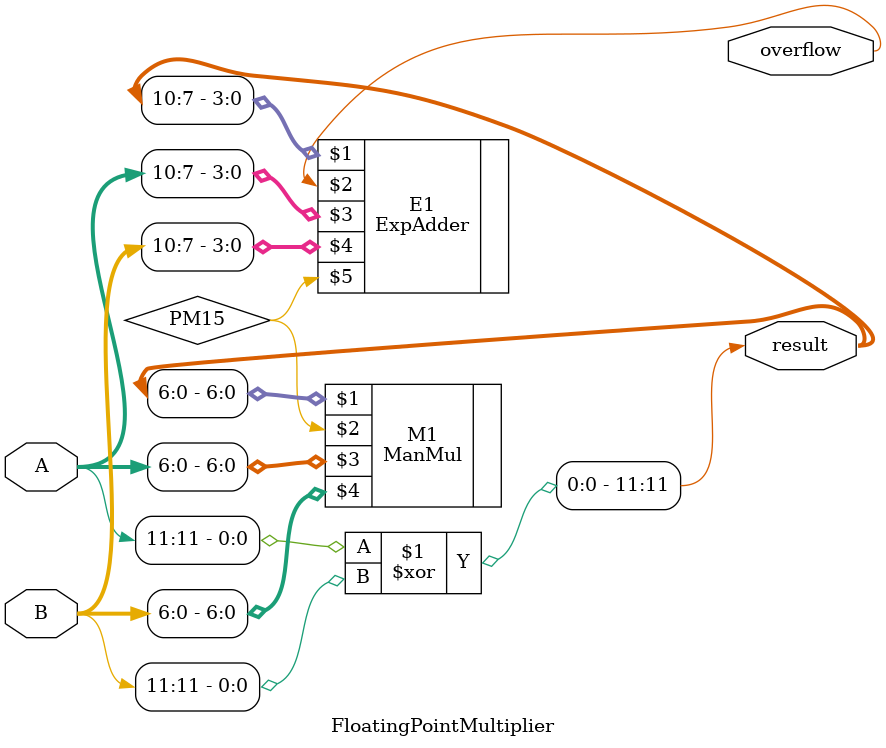
<source format=v>
`timescale 1ns/100ps

`include "ExponentAdder.v"
`include "MantissaMultiplier.v"

module FloatingPointMultiplier(A,B,result,overflow);

    input[11:0] A,B;
    output[11:0] result;
    output overflow;
    
    xor x1(result[11], A[11], B[11]);

    wire PM15;

    ManMul M1(result[6:0], PM15, A[6:0], B[6:0]);
    ExpAdder E1(result[10:7], overflow, A[10:7], B[10:7], PM15);
    

endmodule


</source>
